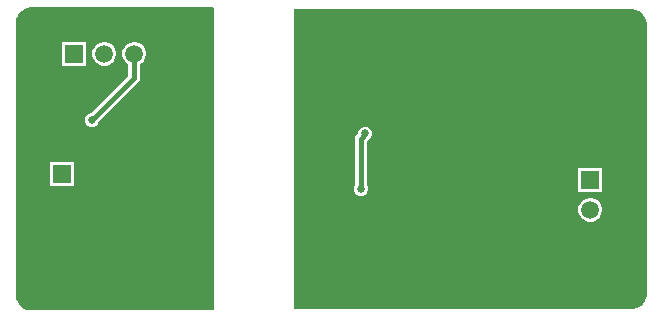
<source format=gbl>
G04*
G04 #@! TF.GenerationSoftware,Altium Limited,Altium Designer,21.6.4 (81)*
G04*
G04 Layer_Physical_Order=2*
G04 Layer_Color=16711680*
%FSLAX25Y25*%
%MOIN*%
G70*
G04*
G04 #@! TF.SameCoordinates,13C5D553-5763-431C-9762-CD72675E1F57*
G04*
G04*
G04 #@! TF.FilePolarity,Positive*
G04*
G01*
G75*
%ADD33C,0.01800*%
%ADD35R,0.05906X0.05906*%
%ADD36C,0.05906*%
%ADD37R,0.05906X0.05906*%
%ADD38C,0.02559*%
G36*
X300284Y385425D02*
X300425Y385284D01*
X300501Y385100D01*
Y385000D01*
Y285000D01*
Y284900D01*
X300425Y284716D01*
X300284Y284575D01*
X300100Y284499D01*
X239458D01*
X238395Y284710D01*
X237394Y285125D01*
X236493Y285727D01*
X235727Y286493D01*
X235125Y287394D01*
X234710Y288395D01*
X234499Y289458D01*
Y290000D01*
Y380000D01*
Y380542D01*
X234710Y381605D01*
X235125Y382606D01*
X235727Y383507D01*
X236493Y384273D01*
X237394Y384875D01*
X238395Y385290D01*
X239458Y385502D01*
X300100D01*
X300284Y385425D01*
D02*
G37*
G36*
X441208Y384758D02*
X442118Y384381D01*
X442937Y383834D01*
X443634Y383137D01*
X444181Y382318D01*
X444558Y381408D01*
X444750Y380443D01*
Y379950D01*
Y289950D01*
Y289458D01*
X444558Y288492D01*
X444181Y287582D01*
X443634Y286763D01*
X442937Y286066D01*
X442118Y285519D01*
X441208Y285142D01*
X440242Y284950D01*
X327250D01*
Y384950D01*
X440242D01*
X441208Y384758D01*
D02*
G37*
%LPC*%
G36*
X264520Y373953D02*
X263480D01*
X262474Y373683D01*
X261573Y373163D01*
X260837Y372427D01*
X260317Y371526D01*
X260047Y370520D01*
Y369480D01*
X260317Y368474D01*
X260837Y367573D01*
X261573Y366837D01*
X262474Y366317D01*
X263480Y366047D01*
X264520D01*
X265526Y366317D01*
X266427Y366837D01*
X267163Y367573D01*
X267683Y368474D01*
X267953Y369480D01*
Y370520D01*
X267683Y371526D01*
X267163Y372427D01*
X266427Y373163D01*
X265526Y373683D01*
X264520Y373953D01*
D02*
G37*
G36*
X257953D02*
X250047D01*
Y366047D01*
X257953D01*
Y373953D01*
D02*
G37*
G36*
X274520D02*
X273480D01*
X272474Y373683D01*
X271573Y373163D01*
X270837Y372427D01*
X270317Y371526D01*
X270047Y370520D01*
Y369480D01*
X270317Y368474D01*
X270837Y367573D01*
X271573Y366837D01*
X272063Y366554D01*
Y362802D01*
X259535Y350275D01*
X258709Y349933D01*
X258067Y349291D01*
X257720Y348453D01*
Y347547D01*
X258067Y346709D01*
X258709Y346068D01*
X259547Y345721D01*
X260453D01*
X261291Y346068D01*
X261932Y346709D01*
X262275Y347535D01*
X275370Y360630D01*
X275790Y361259D01*
X275937Y362000D01*
Y366554D01*
X276427Y366837D01*
X277163Y367573D01*
X277683Y368474D01*
X277953Y369480D01*
Y370520D01*
X277683Y371526D01*
X277163Y372427D01*
X276427Y373163D01*
X275526Y373683D01*
X274520Y373953D01*
D02*
G37*
G36*
X253953Y333953D02*
X246047D01*
Y326047D01*
X253953D01*
Y333953D01*
D02*
G37*
G36*
X429953Y331953D02*
X422047D01*
Y324047D01*
X429953D01*
Y331953D01*
D02*
G37*
G36*
X351453Y345779D02*
X350547D01*
X349709Y345432D01*
X349067Y344791D01*
X348721Y343953D01*
Y343755D01*
X348130Y343164D01*
X347710Y342536D01*
X347563Y341795D01*
Y326329D01*
X347220Y325502D01*
Y324596D01*
X347568Y323758D01*
X348209Y323116D01*
X349047Y322769D01*
X349953D01*
X350791Y323116D01*
X351432Y323758D01*
X351780Y324596D01*
Y325502D01*
X351437Y326329D01*
Y340992D01*
X351816Y341370D01*
X352291Y341567D01*
X352933Y342209D01*
X353279Y343047D01*
Y343953D01*
X352933Y344791D01*
X352291Y345432D01*
X351453Y345779D01*
D02*
G37*
G36*
X426520Y321953D02*
X425480D01*
X424474Y321683D01*
X423573Y321163D01*
X422837Y320427D01*
X422317Y319526D01*
X422047Y318520D01*
Y317480D01*
X422317Y316474D01*
X422837Y315573D01*
X423573Y314837D01*
X424474Y314317D01*
X425480Y314047D01*
X426520D01*
X427526Y314317D01*
X428427Y314837D01*
X429163Y315573D01*
X429683Y316474D01*
X429953Y317480D01*
Y318520D01*
X429683Y319526D01*
X429163Y320427D01*
X428427Y321163D01*
X427526Y321683D01*
X426520Y321953D01*
D02*
G37*
%LPD*%
D33*
X351000Y343295D02*
Y343500D01*
X349500Y325049D02*
Y341795D01*
X351000Y343295D01*
X274000Y362000D02*
Y370000D01*
X260000Y348000D02*
X274000Y362000D01*
D35*
X254000Y370000D02*
D03*
D36*
X264000D02*
D03*
X274000D02*
D03*
X284000D02*
D03*
X250000Y320000D02*
D03*
X426000Y318000D02*
D03*
Y308000D02*
D03*
D37*
X250000Y330000D02*
D03*
X426000Y328000D02*
D03*
D38*
X415000Y340000D02*
D03*
X425000D02*
D03*
X349500Y325049D02*
D03*
X339500Y326500D02*
D03*
X430000Y350000D02*
D03*
X435000Y340000D02*
D03*
Y300000D02*
D03*
X430000Y290000D02*
D03*
X420000Y350000D02*
D03*
X425000Y300000D02*
D03*
X420000Y290000D02*
D03*
X410000Y350000D02*
D03*
X415000Y300000D02*
D03*
X410000Y290000D02*
D03*
X405000Y380000D02*
D03*
X400000Y350000D02*
D03*
X405000Y340000D02*
D03*
X400000Y290000D02*
D03*
X395000Y380000D02*
D03*
Y360000D02*
D03*
X390000Y350000D02*
D03*
X395000Y340000D02*
D03*
X390000Y290000D02*
D03*
X385000Y380000D02*
D03*
X380000Y370000D02*
D03*
X385000Y360000D02*
D03*
X380000Y290000D02*
D03*
X375000Y380000D02*
D03*
X370000Y310000D02*
D03*
X375000Y300000D02*
D03*
X370000Y290000D02*
D03*
X365000Y380000D02*
D03*
X360000Y370000D02*
D03*
X355000Y380000D02*
D03*
X345000D02*
D03*
X340000Y370000D02*
D03*
X345000Y360000D02*
D03*
X340000Y350000D02*
D03*
Y310000D02*
D03*
Y290000D02*
D03*
X335000Y380000D02*
D03*
X330000Y370000D02*
D03*
X335000Y360000D02*
D03*
X330000Y350000D02*
D03*
Y290000D02*
D03*
X295000Y380000D02*
D03*
X290000Y370000D02*
D03*
X295000Y360000D02*
D03*
X290000Y350000D02*
D03*
Y290000D02*
D03*
X285000Y360000D02*
D03*
X280000Y310000D02*
D03*
X285000Y300000D02*
D03*
X280000Y290000D02*
D03*
X275000Y340000D02*
D03*
X270000Y310000D02*
D03*
X275000Y300000D02*
D03*
X265000Y340000D02*
D03*
Y320000D02*
D03*
X260000Y310000D02*
D03*
X265000Y300000D02*
D03*
X250000Y350000D02*
D03*
X245000Y380000D02*
D03*
X240000Y370000D02*
D03*
X245000Y360000D02*
D03*
X240000Y350000D02*
D03*
Y330000D02*
D03*
Y310000D02*
D03*
X351000Y343500D02*
D03*
X260000Y348000D02*
D03*
M02*

</source>
